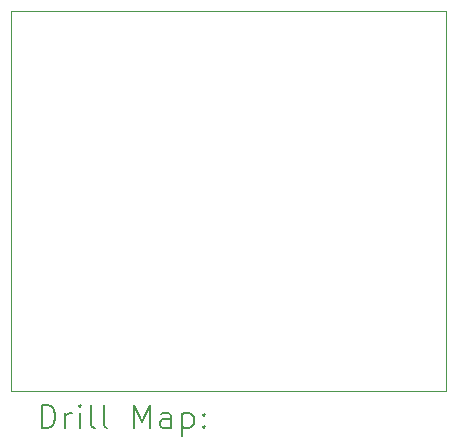
<source format=gbr>
%TF.GenerationSoftware,KiCad,Pcbnew,8.0.4-8.0.4-0~ubuntu20.04.1*%
%TF.CreationDate,2024-10-25T22:35:44+02:00*%
%TF.ProjectId,home_auto,686f6d65-5f61-4757-946f-2e6b69636164,rev?*%
%TF.SameCoordinates,Original*%
%TF.FileFunction,Drillmap*%
%TF.FilePolarity,Positive*%
%FSLAX45Y45*%
G04 Gerber Fmt 4.5, Leading zero omitted, Abs format (unit mm)*
G04 Created by KiCad (PCBNEW 8.0.4-8.0.4-0~ubuntu20.04.1) date 2024-10-25 22:35:44*
%MOMM*%
%LPD*%
G01*
G04 APERTURE LIST*
%ADD10C,0.050000*%
%ADD11C,0.200000*%
G04 APERTURE END LIST*
D10*
X7350000Y-8267500D02*
X11030000Y-8267500D01*
X11030000Y-11486500D01*
X7350000Y-11486500D01*
X7350000Y-8267500D01*
D11*
X7608277Y-11800484D02*
X7608277Y-11600484D01*
X7608277Y-11600484D02*
X7655896Y-11600484D01*
X7655896Y-11600484D02*
X7684467Y-11610008D01*
X7684467Y-11610008D02*
X7703515Y-11629055D01*
X7703515Y-11629055D02*
X7713039Y-11648103D01*
X7713039Y-11648103D02*
X7722562Y-11686198D01*
X7722562Y-11686198D02*
X7722562Y-11714769D01*
X7722562Y-11714769D02*
X7713039Y-11752865D01*
X7713039Y-11752865D02*
X7703515Y-11771912D01*
X7703515Y-11771912D02*
X7684467Y-11790960D01*
X7684467Y-11790960D02*
X7655896Y-11800484D01*
X7655896Y-11800484D02*
X7608277Y-11800484D01*
X7808277Y-11800484D02*
X7808277Y-11667150D01*
X7808277Y-11705246D02*
X7817801Y-11686198D01*
X7817801Y-11686198D02*
X7827324Y-11676674D01*
X7827324Y-11676674D02*
X7846372Y-11667150D01*
X7846372Y-11667150D02*
X7865420Y-11667150D01*
X7932086Y-11800484D02*
X7932086Y-11667150D01*
X7932086Y-11600484D02*
X7922562Y-11610008D01*
X7922562Y-11610008D02*
X7932086Y-11619531D01*
X7932086Y-11619531D02*
X7941610Y-11610008D01*
X7941610Y-11610008D02*
X7932086Y-11600484D01*
X7932086Y-11600484D02*
X7932086Y-11619531D01*
X8055896Y-11800484D02*
X8036848Y-11790960D01*
X8036848Y-11790960D02*
X8027324Y-11771912D01*
X8027324Y-11771912D02*
X8027324Y-11600484D01*
X8160658Y-11800484D02*
X8141610Y-11790960D01*
X8141610Y-11790960D02*
X8132086Y-11771912D01*
X8132086Y-11771912D02*
X8132086Y-11600484D01*
X8389229Y-11800484D02*
X8389229Y-11600484D01*
X8389229Y-11600484D02*
X8455896Y-11743341D01*
X8455896Y-11743341D02*
X8522563Y-11600484D01*
X8522563Y-11600484D02*
X8522563Y-11800484D01*
X8703515Y-11800484D02*
X8703515Y-11695722D01*
X8703515Y-11695722D02*
X8693991Y-11676674D01*
X8693991Y-11676674D02*
X8674944Y-11667150D01*
X8674944Y-11667150D02*
X8636848Y-11667150D01*
X8636848Y-11667150D02*
X8617801Y-11676674D01*
X8703515Y-11790960D02*
X8684467Y-11800484D01*
X8684467Y-11800484D02*
X8636848Y-11800484D01*
X8636848Y-11800484D02*
X8617801Y-11790960D01*
X8617801Y-11790960D02*
X8608277Y-11771912D01*
X8608277Y-11771912D02*
X8608277Y-11752865D01*
X8608277Y-11752865D02*
X8617801Y-11733817D01*
X8617801Y-11733817D02*
X8636848Y-11724293D01*
X8636848Y-11724293D02*
X8684467Y-11724293D01*
X8684467Y-11724293D02*
X8703515Y-11714769D01*
X8798753Y-11667150D02*
X8798753Y-11867150D01*
X8798753Y-11676674D02*
X8817801Y-11667150D01*
X8817801Y-11667150D02*
X8855896Y-11667150D01*
X8855896Y-11667150D02*
X8874944Y-11676674D01*
X8874944Y-11676674D02*
X8884467Y-11686198D01*
X8884467Y-11686198D02*
X8893991Y-11705246D01*
X8893991Y-11705246D02*
X8893991Y-11762388D01*
X8893991Y-11762388D02*
X8884467Y-11781436D01*
X8884467Y-11781436D02*
X8874944Y-11790960D01*
X8874944Y-11790960D02*
X8855896Y-11800484D01*
X8855896Y-11800484D02*
X8817801Y-11800484D01*
X8817801Y-11800484D02*
X8798753Y-11790960D01*
X8979705Y-11781436D02*
X8989229Y-11790960D01*
X8989229Y-11790960D02*
X8979705Y-11800484D01*
X8979705Y-11800484D02*
X8970182Y-11790960D01*
X8970182Y-11790960D02*
X8979705Y-11781436D01*
X8979705Y-11781436D02*
X8979705Y-11800484D01*
X8979705Y-11676674D02*
X8989229Y-11686198D01*
X8989229Y-11686198D02*
X8979705Y-11695722D01*
X8979705Y-11695722D02*
X8970182Y-11686198D01*
X8970182Y-11686198D02*
X8979705Y-11676674D01*
X8979705Y-11676674D02*
X8979705Y-11695722D01*
M02*

</source>
